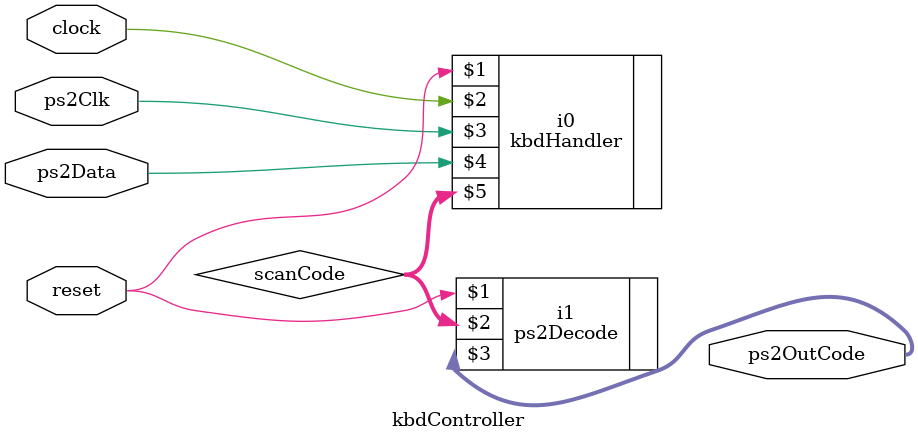
<source format=v>
/*----- Module Overview ------------------------------------------*
*                                                                 *
*                      _____________________                      *
*                                                                 *
*                     |                     |                     * 
*  clock    ------->  |                     |                     * 
*  reset    ------->  |    kbdController    | --/04--> ps2OutCode *
*  ps2Data  ------->  |                     |                     * 
*  ps2Clk   ------->  |                     |                     *
*                     |                     |                     *  
*                      _____________________                      *
*                                                                 *
*-----------------------------------------------------------------*/

module  kbdController ( clock,  reset, ps2Clk, ps2Data, ps2OutCode );

  input                 clock;
  input                 ps2Clk;
  input                 reset;
  input                 ps2Data;

  wire        [7:0]     scanCode;

  output      [3:0]     ps2OutCode;

  kbdHandler  i0 ( reset, clock, ps2Clk, ps2Data, scanCode );
  ps2Decode   i1 ( reset, scanCode, ps2OutCode  );

endmodule
</source>
